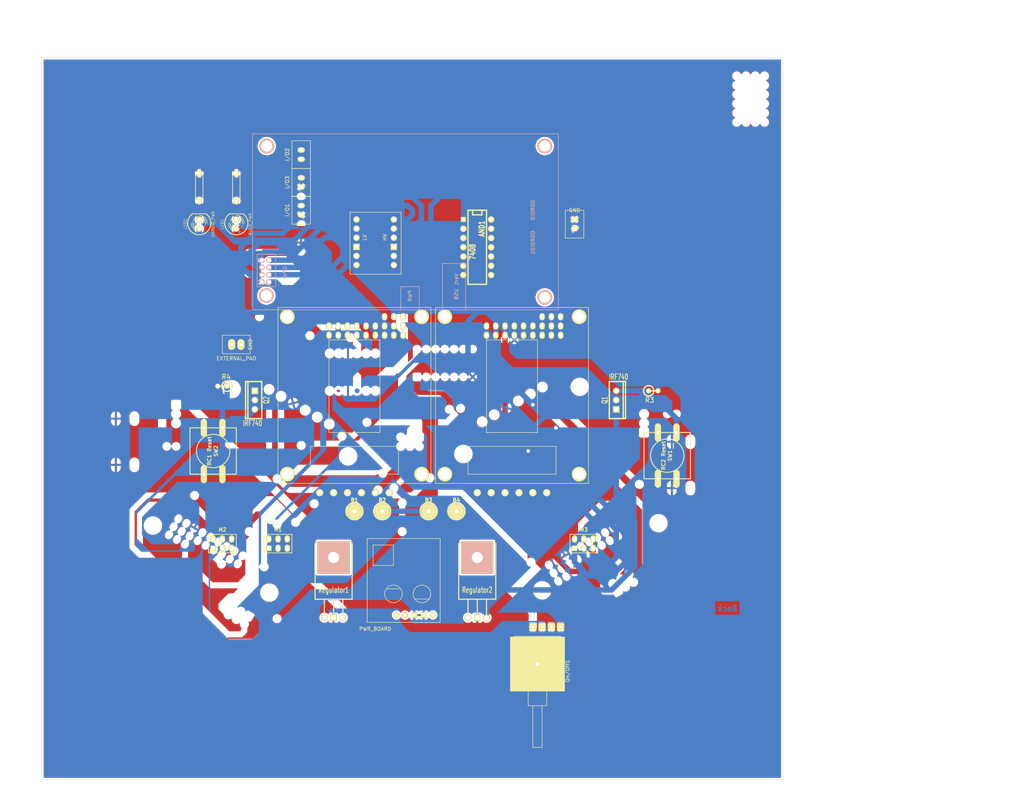
<source format=kicad_pcb>
(kicad_pcb (version 3) (host pcbnew "(2013-07-07 BZR 4022)-stable")
  (title_block (title "Robot Soccer Power & Control Board") (rev 3.0.3) (company "Norse Engineering") (comment 1 "Robot Soccer 2015") (comment 2 "produced for team Real Tucanos"))
  (layers (15 F.Cu signal) (0 B.Cu signal) (18 B.Paste user hide) (19 F.Paste user hide) (20 B.SilkS user hide) (21 F.SilkS user) (22 B.Mask user hide) (23 F.Mask user hide) (28 Edge.Cuts user hide))
  (net 0 "")
  (net 1 "12V(1)")
  (net 2 "12V(2)")
  (net 3 5V)
  (net 4 GND)
  (net 5 N-000001)
  (net 6 N-0000010)
  (net 7 N-0000012)
  (net 8 N-0000013)
  (net 9 N-0000014)
  (net 10 N-0000015)
  (net 11 N-0000016)
  (net 12 N-0000017)
  (net 13 N-0000018)
  (net 14 N-0000019)
  (net 15 N-000002)
  (net 16 N-0000020)
  (net 17 N-0000021)
  (net 18 N-0000025)
  (net 19 N-0000026)
  (net 20 N-0000028)
  (net 21 N-0000029)
  (net 22 N-000003)
  (net 23 N-0000030)
  (net 24 N-0000031)
  (net 25 N-0000033)
  (net 26 N-0000034)
  (net 27 N-0000035)
  (net 28 N-0000036)
  (net 29 N-0000037)
  (net 30 N-0000038)
  (net 31 N-0000039)
  (net 32 N-000004)
  (net 33 N-0000040)
  (net 34 N-0000041)
  (net 35 N-0000042)
  (net 36 N-0000043)
  (net 37 N-000005)
  (net 38 N-0000058)
  (net 39 N-000006)
  (net 40 N-0000060)
  (net 41 N-0000064)
  (net 42 N-000007)
  (net 43 N-000008)
  (net 44 N-000009)
  (net 45 "RCin(1)")
  (net 46 "RCin(2)")
  (module ODROID_v3 (layer B.Cu) (at 104.14 59.69 90)
    (fp_text reference ODROID1 (at -6.35 40.64 90) (layer B.SilkS) (effects (justify mirror)))
    (fp_text value ODROID (at 2.54 40.64 90) (layer B.SilkS) (effects (justify mirror)))
    (fp_text user PWR (at -20.955 6.985 270) (layer B.SilkS) (effects (justify mirror)))
    (fp_text user "Vert. USB" (at -18.415 19.685 270) (layer B.SilkS) (effects (justify mirror)))
    (fp_text user GPIO (at -14.605 -27.305 270) (layer B.SilkS) (effects (justify mirror)))
    (pad 7 thru_hole oval (at -17.145 -33.655 90) (size 1.5 1.5) (drill 0.95) (layers *.Cu *.Mask B.SilkS) (net 4 GND) (clearance 0.01))
    (pad 5 thru_hole oval (at -15.145 -33.655 90) (size 1.5 1.5) (drill 0.95) (layers *.Cu *.Mask B.SilkS) (net 34 N-0000041) (clearance 0.01))
    (pad 3 thru_hole oval (at -13.145 -33.655 90) (size 1.5 1.5) (drill 0.95) (layers *.Cu *.Mask B.SilkS) (net 27 N-0000035) (clearance 0.01))
    (pad 1 thru_hole oval (at -11.145 -33.655 90) (size 1.5 1.5) (drill 0.95) (layers *.Cu *.Mask B.SilkS) (net 26 N-0000034) (clearance 0.01))
    (pad 8 thru_hole oval (at -17.145 -31.655 90) (size 1.5 1.5) (drill 0.95) (layers *.Cu *.Mask B.SilkS) (net 28 N-0000036) (clearance 0.01))
    (pad 6 thru_hole oval (at -15.145 -31.655 90) (size 1.5 1.5) (drill 0.95) (layers *.Cu *.Mask B.SilkS) (net 23 N-0000030) (clearance 0.01))
    (pad 4 thru_hole oval (at -13.145 -31.655 90) (size 1.5 1.5) (drill 0.95) (layers *.Cu *.Mask B.SilkS) (net 24 N-0000031) (clearance 0.01))
    (pad 2 thru_hole oval (at -11.145 -31.655 90) (size 1.5 1.5) (drill 0.95) (layers *.Cu *.Mask B.SilkS) (net 25 N-0000033) (clearance 0.01))
    (pad "" thru_hole circle (at -20.865 -32.395 90) (size 4.064 4.064) (drill 3.048) (layers *.Cu *.Mask B.SilkS))
    (pad "" thru_hole circle (at 20.135 -32.295 90) (size 4.064 4.064) (drill 3.048) (layers *.Cu *.Mask B.SilkS) (clearance 1))
    (pad "" thru_hole circle (at 20.135 43.905 90) (size 4.064 4.064) (drill 3.048) (layers *.Cu *.Mask B.SilkS) (clearance 1))
    (pad "" thru_hole circle (at -21.365 43.905 90) (size 4.064 4.064) (drill 3.048) (layers *.Cu *.Mask B.SilkS) (clearance 1))
  )
  (module ROBOCLAW_V2 (layer F.Cu) (at 138.43 109.22 270)
    (fp_text reference RC2 hide)
    (fp_text value ROBOCLAW hide)
    (pad 1 thru_hole oval (at -22.86 -13.97) (size 1.5 2) (drill 0.95) (layers *.Cu *.Mask F.SilkS))
    (pad 22 thru_hole circle (at 25.4 -10.16 270) (size 2 2) (drill 1) (layers *.Cu *.Mask F.SilkS))
    (pad 23 thru_hole circle (at 25.4 -6.35 270) (size 2 2) (drill 1) (layers *.Cu *.Mask F.SilkS))
    (pad 24 thru_hole circle (at 25.4 -2.54 270) (size 2 2) (drill 1) (layers *.Cu *.Mask F.SilkS) (net 4 GND))
    (pad 25 thru_hole circle (at 25.4 1.27 270) (size 2 2) (drill 1) (layers *.Cu *.Mask F.SilkS) (net 46 "RCin(2)"))
    (pad 26 thru_hole circle (at 25.4 5.08 270) (size 2 2) (drill 1) (layers *.Cu *.Mask F.SilkS) (net 32 N-000004))
    (pad 27 thru_hole circle (at 25.4 8.89 270) (size 2 2) (drill 1) (layers *.Cu *.Mask F.SilkS) (net 37 N-000005))
    (pad 2 thru_hole oval (at -20.32 -13.97) (size 1.5 2) (drill 0.95) (layers *.Cu *.Mask F.SilkS))
    (pad 3 thru_hole oval (at -17.78 -13.97) (size 1.5 2) (drill 0.95) (layers *.Cu *.Mask F.SilkS))
    (pad 4 thru_hole oval (at -22.86 -11.43) (size 1.5 2) (drill 0.95) (layers *.Cu *.Mask F.SilkS) (net 40 N-0000060))
    (pad 5 thru_hole oval (at -20.32 -11.43) (size 1.5 2) (drill 0.95) (layers *.Cu *.Mask F.SilkS))
    (pad 6 thru_hole oval (at -17.78 -11.43) (size 1.5 2) (drill 0.95) (layers *.Cu *.Mask F.SilkS))
    (pad 7 thru_hole oval (at -22.86 -8.89) (size 1.5 2) (drill 0.95) (layers *.Cu *.Mask F.SilkS) (net 41 N-0000064))
    (pad 8 thru_hole oval (at -20.32 -8.89) (size 1.5 2) (drill 0.95) (layers *.Cu *.Mask F.SilkS))
    (pad 9 thru_hole oval (at -17.78 -8.89) (size 1.5 2) (drill 0.95) (layers *.Cu *.Mask F.SilkS) (net 4 GND))
    (pad 10 thru_hole oval (at -20.32 -6.35) (size 1.5 2) (drill 0.95) (layers *.Cu *.Mask F.SilkS))
    (pad 11 thru_hole oval (at -17.78 -6.35) (size 1.5 2) (drill 0.95) (layers *.Cu *.Mask F.SilkS))
    (pad 12 thru_hole oval (at -20.32 -3.81) (size 1.5 2) (drill 0.95) (layers *.Cu *.Mask F.SilkS) (net 11 N-0000016))
    (pad 13 thru_hole oval (at -17.78 -3.81) (size 1.5 2) (drill 0.95) (layers *.Cu *.Mask F.SilkS) (net 10 N-0000015))
    (pad 14 thru_hole oval (at -20.32 -1.27) (size 1.5 2) (drill 0.95) (layers *.Cu *.Mask F.SilkS))
    (pad 15 thru_hole oval (at -17.78 -1.27) (size 1.5 2) (drill 0.95) (layers *.Cu *.Mask F.SilkS))
    (pad 16 thru_hole oval (at -20.32 1.27) (size 1.5 2) (drill 0.95) (layers *.Cu *.Mask F.SilkS) (net 14 N-0000019))
    (pad 17 thru_hole oval (at -17.78 1.27) (size 1.5 2) (drill 0.95) (layers *.Cu *.Mask F.SilkS) (net 13 N-0000018))
    (pad 18 thru_hole oval (at -20.32 3.81) (size 1.5 2) (drill 0.95) (layers *.Cu *.Mask F.SilkS) (net 35 N-0000042))
    (pad 19 thru_hole oval (at -17.78 3.81) (size 1.5 2) (drill 0.95) (layers *.Cu *.Mask F.SilkS) (net 35 N-0000042))
    (pad 20 thru_hole oval (at -20.32 6.35) (size 1.5 2) (drill 0.95) (layers *.Cu *.Mask F.SilkS))
    (pad 21 thru_hole oval (at -17.78 6.35) (size 1.5 2) (drill 0.95) (layers *.Cu *.Mask F.SilkS))
    (pad "" thru_hole circle (at -22.86 -19.05 270) (size 4.064 4.064) (drill 3.048) (layers *.Cu *.Mask F.SilkS) (clearance 1))
    (pad "" thru_hole circle (at 20.32 -19.05 270) (size 4.064 4.064) (drill 3.048) (layers *.Cu *.Mask F.SilkS) (clearance 1))
    (pad "" thru_hole circle (at -22.86 17.78 270) (size 4.064 4.064) (drill 3.048) (layers *.Cu *.Mask F.SilkS) (clearance 1))
    (pad "" thru_hole circle (at 20.32 17.78 270) (size 4.064 4.064) (drill 3.048) (layers *.Cu *.Mask F.SilkS) (clearance 1))
  )
  (module ROBOCLAW_V2 (layer F.Cu) (at 95.25 109.22 270)
    (fp_text reference RC1 hide)
    (fp_text value ROBOCLAW hide)
    (pad 1 thru_hole oval (at -22.86 -13.97) (size 1.5 2) (drill 0.95) (layers *.Cu *.Mask F.SilkS))
    (pad 22 thru_hole circle (at 25.4 -10.16 270) (size 2 2) (drill 1) (layers *.Cu *.Mask F.SilkS) (net 22 N-000003))
    (pad 23 thru_hole circle (at 25.4 -6.35 270) (size 2 2) (drill 1) (layers *.Cu *.Mask F.SilkS) (net 15 N-000002))
    (pad 24 thru_hole circle (at 25.4 -2.54 270) (size 2 2) (drill 1) (layers *.Cu *.Mask F.SilkS) (net 4 GND))
    (pad 25 thru_hole circle (at 25.4 1.27 270) (size 2 2) (drill 1) (layers *.Cu *.Mask F.SilkS) (net 45 "RCin(1)"))
    (pad 26 thru_hole circle (at 25.4 5.08 270) (size 2 2) (drill 1) (layers *.Cu *.Mask F.SilkS) (net 7 N-0000012))
    (pad 27 thru_hole circle (at 25.4 8.89 270) (size 2 2) (drill 1) (layers *.Cu *.Mask F.SilkS) (net 5 N-000001))
    (pad 2 thru_hole oval (at -20.32 -13.97) (size 1.5 2) (drill 0.95) (layers *.Cu *.Mask F.SilkS))
    (pad 3 thru_hole oval (at -17.78 -13.97) (size 1.5 2) (drill 0.95) (layers *.Cu *.Mask F.SilkS))
    (pad 4 thru_hole oval (at -22.86 -11.43) (size 1.5 2) (drill 0.95) (layers *.Cu *.Mask F.SilkS) (net 40 N-0000060))
    (pad 5 thru_hole oval (at -20.32 -11.43) (size 1.5 2) (drill 0.95) (layers *.Cu *.Mask F.SilkS))
    (pad 6 thru_hole oval (at -17.78 -11.43) (size 1.5 2) (drill 0.95) (layers *.Cu *.Mask F.SilkS))
    (pad 7 thru_hole oval (at -22.86 -8.89) (size 1.5 2) (drill 0.95) (layers *.Cu *.Mask F.SilkS) (net 38 N-0000058))
    (pad 8 thru_hole oval (at -20.32 -8.89) (size 1.5 2) (drill 0.95) (layers *.Cu *.Mask F.SilkS))
    (pad 9 thru_hole oval (at -17.78 -8.89) (size 1.5 2) (drill 0.95) (layers *.Cu *.Mask F.SilkS) (net 4 GND))
    (pad 10 thru_hole oval (at -20.32 -6.35) (size 1.5 2) (drill 0.95) (layers *.Cu *.Mask F.SilkS) (net 9 N-0000014))
    (pad 11 thru_hole oval (at -17.78 -6.35) (size 1.5 2) (drill 0.95) (layers *.Cu *.Mask F.SilkS) (net 8 N-0000013))
    (pad 12 thru_hole oval (at -20.32 -3.81) (size 1.5 2) (drill 0.95) (layers *.Cu *.Mask F.SilkS) (net 17 N-0000021))
    (pad 13 thru_hole oval (at -17.78 -3.81) (size 1.5 2) (drill 0.95) (layers *.Cu *.Mask F.SilkS) (net 16 N-0000020))
    (pad 14 thru_hole oval (at -20.32 -1.27) (size 1.5 2) (drill 0.95) (layers *.Cu *.Mask F.SilkS) (net 44 N-000009))
    (pad 15 thru_hole oval (at -17.78 -1.27) (size 1.5 2) (drill 0.95) (layers *.Cu *.Mask F.SilkS) (net 12 N-0000017))
    (pad 16 thru_hole oval (at -20.32 1.27) (size 1.5 2) (drill 0.95) (layers *.Cu *.Mask F.SilkS) (net 39 N-000006))
    (pad 17 thru_hole oval (at -17.78 1.27) (size 1.5 2) (drill 0.95) (layers *.Cu *.Mask F.SilkS) (net 42 N-000007))
    (pad 18 thru_hole oval (at -20.32 3.81) (size 1.5 2) (drill 0.95) (layers *.Cu *.Mask F.SilkS) (net 36 N-0000043))
    (pad 19 thru_hole oval (at -17.78 3.81) (size 1.5 2) (drill 0.95) (layers *.Cu *.Mask F.SilkS) (net 36 N-0000043))
    (pad 20 thru_hole oval (at -20.32 6.35) (size 1.5 2) (drill 0.95) (layers *.Cu *.Mask F.SilkS))
    (pad 21 thru_hole oval (at -17.78 6.35) (size 1.5 2) (drill 0.95) (layers *.Cu *.Mask F.SilkS))
    (pad "" thru_hole circle (at -22.86 -19.05 270) (size 4.064 4.064) (drill 3.048) (layers *.Cu *.Mask F.SilkS) (clearance 1))
    (pad "" thru_hole circle (at 20.32 -19.05 270) (size 4.064 4.064) (drill 3.048) (layers *.Cu *.Mask F.SilkS) (clearance 1))
    (pad "" thru_hole circle (at -22.86 17.78 270) (size 4.064 4.064) (drill 3.048) (layers *.Cu *.Mask F.SilkS) (clearance 1))
    (pad "" thru_hole circle (at 20.32 17.78 270) (size 4.064 4.064) (drill 3.048) (layers *.Cu *.Mask F.SilkS) (clearance 1))
  )
  (module IO_Foot_Dual (layer F.Cu) (at 62.23 93.98)
    (fp_text reference 5v2 hide)
    (fp_text value EXTERNAL_PAD (at 1.27 3.81) (layer F.SilkS))
    (fp_text user GND (at 5.08 0 90) (layer F.SilkS))
    (pad 1 thru_hole oval (at 0 0) (size 2 3) (drill 0.8128) (layers *.Cu *.Mask F.SilkS) (net 3 5V))
    (pad 2 thru_hole oval (at 2.54 0) (size 2 3) (drill 0.8128) (layers *.Cu *.Mask F.SilkS) (net 4 GND))
  )
  (module R3 (layer F.Cu) (at 53.34 50.8 90)
    (fp_text reference R2 hide)
    (fp_text value 150Ohm hide)
    (pad 1 thru_hole oval (at -3.81 0 90) (size 2 1.5) (drill 0.8128) (layers *.Cu *.Mask F.SilkS) (net 29 N-0000037))
    (pad 2 thru_hole oval (at 3.81 0 90) (size 2 1.5) (drill 0.8128) (layers *.Cu *.Mask F.SilkS) (net 4 GND))
  )
  (module R3 (layer F.Cu) (at 63.5 50.8 90)
    (fp_text reference R1 hide)
    (fp_text value 150Ohm hide)
    (pad 1 thru_hole oval (at -3.81 0 90) (size 2 1.5) (drill 0.8128) (layers *.Cu *.Mask F.SilkS) (net 43 N-000008))
    (pad 2 thru_hole oval (at 3.81 0 90) (size 2 1.5) (drill 0.8128) (layers *.Cu *.Mask F.SilkS) (net 4 GND))
  )
  (module PowerBoard (layer F.Cu) (at 119.38 170.18 180)
    (fp_text reference PB1 hide)
    (fp_text value PWR_BOARD (at 17.8 -1.8 180) (layer F.SilkS))
    (pad 1 thru_hole circle (at 2 2 180) (size 1.55 1.55) (drill 0.6) (layers *.Cu *.Mask F.SilkS) (net 3 5V))
    (pad 2 thru_hole rect (at 4.54 2 180) (size 1.55 1.55) (drill 0.6) (layers *.Cu *.Mask F.SilkS) (net 4 GND))
    (pad 3 thru_hole rect (at 7.08 2 180) (size 1.55 1.55) (drill 0.6) (layers *.Cu *.Mask F.SilkS) (net 4 GND))
    (pad 4 thru_hole circle (at 9.62 2 180) (size 1.55 1.55) (drill 0.6) (layers *.Cu *.Mask F.SilkS) (net 31 N-0000039))
    (pad 5 thru_hole circle (at 12 2 180) (size 1.55 1.55) (drill 0.6) (layers *.Cu *.Mask F.SilkS))
  )
  (module Logic_lvl_SparkFun (layer F.Cu) (at 106.68 59.69 270)
    (fp_text reference LLC1 hide)
    (fp_text value LOGIC_LEVEL_CONVERTER hide)
    (fp_text user LV (at 4.95 7.99 270) (layer F.SilkS))
    (fp_text user HV (at 4.89 2.45 270) (layer F.SilkS))
    (pad 1 thru_hole circle (at 0 0 270) (size 1.75 1.75) (drill 1) (layers *.Cu *.Mask F.SilkS) (net 30 N-0000038))
    (pad 2 thru_hole circle (at 2.5 0 270) (size 1.75 1.75) (drill 1) (layers *.Cu *.Mask F.SilkS) (net 33 N-0000040))
    (pad 3 thru_hole circle (at 5 0 270) (size 1.75 1.75) (drill 1) (layers *.Cu *.Mask F.SilkS) (net 3 5V))
    (pad 4 thru_hole rect (at 7.5 0 270) (size 1.75 1.75) (drill 1) (layers *.Cu *.Mask F.SilkS) (net 4 GND))
    (pad 5 thru_hole circle (at 10 0 270) (size 1.75 1.75) (drill 1) (layers *.Cu *.Mask F.SilkS) (net 6 N-0000010))
    (pad 6 thru_hole circle (at 12.5 0 270) (size 1.75 1.75) (drill 1) (layers *.Cu *.Mask F.SilkS) (net 40 N-0000060))
    (pad 7 thru_hole circle (at 0 10.24 270) (size 1.75 1.75) (drill 1) (layers *.Cu *.Mask F.SilkS) (net 27 N-0000035))
    (pad 8 thru_hole circle (at 2.5 10.24 270) (size 1.75 1.75) (drill 1) (layers *.Cu *.Mask F.SilkS) (net 26 N-0000034))
    (pad 9 thru_hole circle (at 5 10.24 270) (size 1.75 1.75) (drill 1) (layers *.Cu *.Mask F.SilkS) (net 25 N-0000033))
    (pad 10 thru_hole rect (at 7.5 10.24 270) (size 1.75 1.75) (drill 1) (layers *.Cu *.Mask F.SilkS) (net 4 GND))
    (pad 11 thru_hole circle (at 10 10.24 270) (size 1.75 1.75) (drill 1) (layers *.Cu *.Mask F.SilkS) (net 24 N-0000031))
    (pad 12 thru_hole circle (at 12.5 10.24 270) (size 1.75 1.75) (drill 1) (layers *.Cu *.Mask F.SilkS) (net 23 N-0000030))
  )
  (module LED5MM (layer F.Cu) (at 63.5 60.96 90)
    (fp_text reference LED1 (at 0 -3.81 90) (layer F.SilkS) (effects (font (size 0.762 0.762) (thickness 0.0889))))
    (fp_text value BUCK_PWR (at 0 3.81 90) (layer F.SilkS) (effects (font (size 0.762 0.762) (thickness 0.0889))))
    (pad 1 thru_hole circle (at -1.27 0 90) (size 1.6764 1.6764) (drill 0.8128) (layers *.Cu *.Mask F.SilkS) (net 3 5V))
    (pad 2 thru_hole circle (at 1.27 0 90) (size 1.6764 1.6764) (drill 0.8128) (layers *.Cu *.Mask F.SilkS) (net 43 N-000008))
  )
  (module LED5MM (layer F.Cu) (at 53.34 60.96 90)
    (fp_text reference LED2 (at 0 -3.81 90) (layer F.SilkS) (effects (font (size 0.762 0.762) (thickness 0.0889))))
    (fp_text value ODROID_PWR (at 0 3.81 90) (layer F.SilkS) (effects (font (size 0.762 0.762) (thickness 0.0889))))
    (pad 1 thru_hole circle (at -1.27 0 90) (size 1.6764 1.6764) (drill 0.8128) (layers *.Cu *.Mask F.SilkS) (net 28 N-0000036))
    (pad 2 thru_hole circle (at 1.27 0 90) (size 1.6764 1.6764) (drill 0.8128) (layers *.Cu *.Mask F.SilkS) (net 29 N-0000037))
  )
  (module IO_Foot_Dual (layer F.Cu) (at 81.28 58.42 90)
    (fp_text reference I/O1 (at 1.27 -3.81 90) (layer F.SilkS))
    (fp_text value PAD hide)
    (pad 1 thru_hole oval (at 0 0 90) (size 1.5 2) (drill 0.95) (layers *.Cu *.Mask F.SilkS) (net 34 N-0000041))
    (pad 2 thru_hole oval (at 2.54 0 90) (size 1.5 2) (drill 0.95) (layers *.Cu *.Mask F.SilkS) (net 4 GND))
  )
  (module IO_Foot_Dual (layer F.Cu) (at 81.28 43.18 90)
    (fp_text reference I/O2 (at 1.27 -3.81 90) (layer F.SilkS))
    (fp_text value EXTERNAL_PAD hide)
    (pad 1 thru_hole oval (at 0 0 90) (size 1.5 2) (drill 0.95) (layers *.Cu *.Mask F.SilkS) (net 33 N-0000040))
    (pad 2 thru_hole oval (at 2.54 0 90) (size 1.5 2) (drill 0.95) (layers *.Cu *.Mask F.SilkS) (net 4 GND))
  )
  (module IO_Foot_Dual (layer F.Cu) (at 81.28 50.8 90)
    (fp_text reference I/O3 (at 1.27 -3.81 90) (layer F.SilkS))
    (fp_text value EXTERNAL_PAD hide)
    (pad 1 thru_hole oval (at 0 0 90) (size 1.5 2) (drill 0.95) (layers *.Cu *.Mask F.SilkS) (net 30 N-0000038))
    (pad 2 thru_hole oval (at 2.54 0 90) (size 1.5 2) (drill 0.95) (layers *.Cu *.Mask F.SilkS) (net 4 GND))
  )
  (module DIP-14__300 (layer F.Cu) (at 129.54 67.31 270)
    (fp_text reference AND1 (at -5.08 -1.27 270) (layer F.SilkS) (effects (font (size 1.524 1.143) (thickness 0.3048))))
    (fp_text value 7408 (at 1.27 1.27 270) (layer F.SilkS) (effects (font (size 1.524 1.143) (thickness 0.3048))))
    (pad 1 thru_hole rect (at -7.62 3.81 270) (size 1.397 1.397) (drill 0.8128) (layers *.Cu *.Mask F.SilkS) (net 41 N-0000064))
    (pad 2 thru_hole circle (at -5.08 3.81 270) (size 1.75 1.75) (drill 0.8128) (layers *.Cu *.Mask F.SilkS) (net 38 N-0000058))
    (pad 3 thru_hole circle (at -2.54 3.81 270) (size 1.75 1.75) (drill 0.8128) (layers *.Cu *.Mask F.SilkS) (net 6 N-0000010))
    (pad 4 thru_hole circle (at 0 3.81 270) (size 1.75 1.75) (drill 0.8128) (layers *.Cu *.Mask F.SilkS))
    (pad 5 thru_hole circle (at 2.54 3.81 270) (size 1.75 1.75) (drill 0.8128) (layers *.Cu *.Mask F.SilkS))
    (pad 6 thru_hole circle (at 5.08 3.81 270) (size 1.75 1.75) (drill 0.8128) (layers *.Cu *.Mask F.SilkS))
    (pad 7 thru_hole circle (at 7.62 3.81 270) (size 1.75 1.75) (drill 0.8128) (layers *.Cu *.Mask F.SilkS) (net 4 GND))
    (pad 8 thru_hole circle (at 7.62 -3.81 270) (size 1.75 1.75) (drill 0.8128) (layers *.Cu *.Mask F.SilkS))
    (pad 9 thru_hole circle (at 5.08 -3.81 270) (size 1.75 1.75) (drill 0.8128) (layers *.Cu *.Mask F.SilkS))
    (pad 10 thru_hole circle (at 2.54 -3.81 270) (size 1.75 1.75) (drill 0.8128) (layers *.Cu *.Mask F.SilkS))
    (pad 11 thru_hole circle (at 0 -3.81 270) (size 1.75 1.75) (drill 0.8128) (layers *.Cu *.Mask F.SilkS))
    (pad 12 thru_hole circle (at -2.54 -3.81 270) (size 1.75 1.75) (drill 0.8128) (layers *.Cu *.Mask F.SilkS))
    (pad 13 thru_hole circle (at -5.08 -3.81 270) (size 1.75 1.75) (drill 0.8128) (layers *.Cu *.Mask F.SilkS))
    (pad 14 thru_hole circle (at -7.62 -3.81 270) (size 1.75 1.75) (drill 0.8128) (layers *.Cu *.Mask F.SilkS) (net 3 5V))
  )
  (module 1pin (layer F.Cu) (at 95.885 139.7)
    (fp_text reference B1 (at 0 -3.048) (layer F.SilkS) (effects (font (size 1.016 1.016) (thickness 0.254))))
    (fp_text value PWR hide)
    (pad 1 thru_hole circle (at 0 0) (size 4.064 4.064) (drill 1) (layers *.Cu *.Mask F.SilkS) (net 4 GND))
  )
  (module 1pin (layer F.Cu) (at 103.505 139.7)
    (fp_text reference B2 (at 0 -3.048) (layer F.SilkS) (effects (font (size 1.016 1.016) (thickness 0.254))))
    (fp_text value PWR hide)
    (pad 1 thru_hole circle (at 0 0) (size 4.064 4.064) (drill 1) (layers *.Cu *.Mask F.SilkS) (net 19 N-0000026))
  )
  (module 1pin (layer F.Cu) (at 116.205 139.7)
    (fp_text reference B3 (at 0 -3.048) (layer F.SilkS) (effects (font (size 1.016 1.016) (thickness 0.254))))
    (fp_text value PWR hide)
    (pad 1 thru_hole circle (at 0 0) (size 4.064 4.064) (drill 1) (layers *.Cu *.Mask F.SilkS) (net 19 N-0000026))
  )
  (module 1pin (layer F.Cu) (at 123.825 139.7)
    (fp_text reference B4 (at 0 -3.048) (layer F.SilkS) (effects (font (size 1.016 1.016) (thickness 0.254))))
    (fp_text value PWR hide)
    (pad 1 thru_hole circle (at 0 0) (size 4.064 4.064) (drill 1) (layers *.Cu *.Mask F.SilkS) (net 18 N-0000025))
  )
  (module Power_Switch_Custom (layer F.Cu) (at 145.415 182.245 270)
    (fp_text reference On/Off1 (at 1.27 -8.89 270) (layer F.SilkS))
    (fp_text value SPST hide)
    (pad 1 thru_hole rect (at -10.795 0.635) (size 2 2) (drill 0.6) (layers *.Cu *.Mask F.SilkS) (net 18 N-0000025))
    (pad 1 thru_hole rect (at -10.795 -1.905) (size 2 2) (drill 0.6) (layers *.Cu *.Mask F.SilkS) (net 18 N-0000025))
    (pad 2 thru_hole rect (at -10.795 -4.445) (size 2 2) (drill 0.6) (layers *.Cu *.Mask F.SilkS) (net 31 N-0000039))
    (pad 2 thru_hole rect (at -10.795 -6.985) (size 2 2) (drill 0.6) (layers *.Cu *.Mask F.SilkS) (net 31 N-0000039))
    (pad "" thru_hole rect (at -0.635 -0.635) (size 15 15) (drill 0.95) (layers *.Cu *.Mask F.SilkS) (clearance 2))
  )
  (module pin_array_3x2 (layer F.Cu) (at 74.93 148.59)
    (fp_text reference M1 (at 0 -3.81) (layer F.SilkS) (effects (font (size 1.016 1.016) (thickness 0.2032))))
    (fp_text value M1 hide)
    (pad 1 thru_hole rect (at -2.54 1.27) (size 1.524 1.524) (drill 1.016) (layers *.Cu *.Mask F.SilkS) (net 17 N-0000021))
    (pad 2 thru_hole oval (at -2.54 -1.27) (size 1.5 2) (drill 0.95) (layers *.Cu *.Mask F.SilkS) (net 16 N-0000020))
    (pad 3 thru_hole oval (at 0 1.27) (size 1.5 2) (drill 0.95) (layers *.Cu *.Mask F.SilkS) (net 42 N-000007))
    (pad 4 thru_hole oval (at 0 -1.27) (size 1.5 2) (drill 0.95) (layers *.Cu *.Mask F.SilkS) (net 39 N-000006))
    (pad 5 thru_hole oval (at 2.54 1.27) (size 1.5 2) (drill 0.95) (layers *.Cu *.Mask F.SilkS) (net 7 N-0000012))
    (pad 6 thru_hole oval (at 2.54 -1.27) (size 1.5 2) (drill 0.95) (layers *.Cu *.Mask F.SilkS) (net 5 N-000001))
  )
  (module pin_array_3x2 (layer F.Cu) (at 59.69 148.59)
    (fp_text reference M2 (at 0 -3.81) (layer F.SilkS) (effects (font (size 1.016 1.016) (thickness 0.2032))))
    (fp_text value M2 hide)
    (pad 1 thru_hole rect (at -2.54 1.27) (size 1.524 1.524) (drill 1.016) (layers *.Cu *.Mask F.SilkS) (net 9 N-0000014))
    (pad 2 thru_hole oval (at -2.54 -1.27) (size 1.5 2) (drill 0.95) (layers *.Cu *.Mask F.SilkS) (net 8 N-0000013))
    (pad 3 thru_hole oval (at 0 1.27) (size 1.5 2) (drill 0.95) (layers *.Cu *.Mask F.SilkS) (net 12 N-0000017))
    (pad 4 thru_hole oval (at 0 -1.27) (size 1.5 2) (drill 0.95) (layers *.Cu *.Mask F.SilkS) (net 44 N-000009))
    (pad 5 thru_hole oval (at 2.54 1.27) (size 1.5 2) (drill 0.95) (layers *.Cu *.Mask F.SilkS) (net 15 N-000002))
    (pad 6 thru_hole oval (at 2.54 -1.27) (size 1.5 2) (drill 0.95) (layers *.Cu *.Mask F.SilkS) (net 22 N-000003))
  )
  (module pin_array_3x2 (layer F.Cu) (at 158.75 148.59)
    (fp_text reference M3 (at 0 -3.81) (layer F.SilkS) (effects (font (size 1.016 1.016) (thickness 0.2032))))
    (fp_text value M3 hide)
    (pad 1 thru_hole rect (at -2.54 1.27) (size 1.524 1.524) (drill 1.016) (layers *.Cu *.Mask F.SilkS) (net 11 N-0000016))
    (pad 2 thru_hole oval (at -2.54 -1.27) (size 1.5 2) (drill 0.95) (layers *.Cu *.Mask F.SilkS) (net 10 N-0000015))
    (pad 3 thru_hole oval (at 0 1.27) (size 1.5 2) (drill 0.95) (layers *.Cu *.Mask F.SilkS) (net 13 N-0000018))
    (pad 4 thru_hole oval (at 0 -1.27) (size 1.5 2) (drill 0.95) (layers *.Cu *.Mask F.SilkS) (net 14 N-0000019))
    (pad 5 thru_hole oval (at 2.54 1.27) (size 1.5 2) (drill 0.95) (layers *.Cu *.Mask F.SilkS) (net 32 N-000004))
    (pad 6 thru_hole oval (at 2.54 -1.27) (size 1.5 2) (drill 0.95) (layers *.Cu *.Mask F.SilkS) (net 37 N-000005))
  )
  (module IO_Foot_Dual (layer F.Cu) (at 156.21 62.23 90)
    (fp_text reference 5v1 hide)
    (fp_text value EXTERNAL_PAD hide)
    (fp_text user GND (at 5.08 0 180) (layer F.SilkS))
    (pad 1 thru_hole oval (at 0 0 90) (size 1.5 2) (drill 0.95) (layers *.Cu *.Mask F.SilkS) (net 3 5V))
    (pad 2 thru_hole oval (at 2.54 0 90) (size 1.5 2) (drill 0.95) (layers *.Cu *.Mask F.SilkS) (net 4 GND))
  )
  (module Custom_LM7812 (layer F.Cu) (at 90.17 168.91 90)
    (fp_text reference Regulator1 (at 7.62 0 180) (layer F.SilkS) (effects (font (size 1.524 1.016) (thickness 0.2032))))
    (fp_text value V_REG_78XXTO-92 hide)
    (pad "" thru_hole rect (at 16.51 0 90) (size 8.89 8.89) (drill 3.048) (layers *.Cu *.SilkS *.Mask))
    (pad 2 thru_hole circle (at 0 -2.54 90) (size 1.778 1.778) (drill 1.143) (layers *.Cu *.Mask F.SilkS) (net 31 N-0000039))
    (pad 1 thru_hole rect (at 0 0 90) (size 1.778 1.778) (drill 1.143) (layers *.Cu *.Mask F.SilkS) (net 4 GND))
    (pad 3 thru_hole circle (at 0 2.54 90) (size 1.778 1.778) (drill 1.143) (layers *.Cu *.Mask F.SilkS) (net 1 "12V(1)"))
  )
  (module Custom_LM7812 (layer F.Cu) (at 129.54 168.91 90)
    (fp_text reference Regulator2 (at 7.62 0 180) (layer F.SilkS) (effects (font (size 1.524 1.016) (thickness 0.2032))))
    (fp_text value V_REG_78XXTO-92 hide)
    (pad "" thru_hole rect (at 16.51 0 90) (size 8.89 8.89) (drill 3.048) (layers *.Cu *.SilkS *.Mask))
    (pad 2 thru_hole circle (at 0 -2.54 90) (size 1.778 1.778) (drill 1.143) (layers *.Cu *.Mask F.SilkS) (net 31 N-0000039))
    (pad 1 thru_hole rect (at 0 0 90) (size 1.778 1.778) (drill 1.143) (layers *.Cu *.Mask F.SilkS) (net 4 GND))
    (pad 3 thru_hole circle (at 0 2.54 90) (size 1.778 1.778) (drill 1.143) (layers *.Cu *.Mask F.SilkS) (net 2 "12V(2)"))
  )
  (module TO220_VERT (layer F.Cu) (at 167.64 109.22)
    (fp_text reference Q1 (at -3.175 0 90) (layer F.SilkS) (effects (font (size 1.524 1.016) (thickness 0.2032))))
    (fp_text value IRF740 (at 0.635 -6.35) (layer F.SilkS) (effects (font (size 1.524 1.016) (thickness 0.2032))))
    (pad 2 thru_hole circle (at 0 -2.54) (size 1.778 1.778) (drill 1.016) (layers *.Cu *.Mask F.SilkS) (net 21 N-0000029))
    (pad 3 thru_hole circle (at 0 0) (size 1.778 1.778) (drill 1.016) (layers *.Cu *.Mask F.SilkS) (net 46 "RCin(2)"))
    (pad 1 thru_hole rect (at 0 2.54) (size 1.778 1.778) (drill 1.016) (layers *.Cu *.Mask F.SilkS) (net 2 "12V(2)"))
  )
  (module TO220_VERT (layer F.Cu) (at 68.58 109.22 180)
    (fp_text reference Q2 (at -3.175 0 270) (layer F.SilkS) (effects (font (size 1.524 1.016) (thickness 0.2032))))
    (fp_text value IRF740 (at 0.635 -6.35 180) (layer F.SilkS) (effects (font (size 1.524 1.016) (thickness 0.2032))))
    (pad 2 thru_hole circle (at 0 -2.54 180) (size 1.778 1.778) (drill 1.016) (layers *.Cu *.Mask F.SilkS) (net 20 N-0000028))
    (pad 3 thru_hole circle (at 0 0 180) (size 1.778 1.778) (drill 1.016) (layers *.Cu *.Mask F.SilkS) (net 45 "RCin(1)"))
    (pad 1 thru_hole rect (at 0 2.54 180) (size 1.778 1.778) (drill 1.016) (layers *.Cu *.Mask F.SilkS) (net 1 "12V(1)"))
  )
  (module R1 (layer F.Cu) (at 59.69 105.41 180)
    (fp_text reference R4 (at -1.016 2.54 180) (layer F.SilkS) (effects (font (size 1.397 1.27) (thickness 0.2032))))
    (fp_text value "470 Ohm" hide)
    (pad 1 thru_hole circle (at -1.27 0 180) (size 1.397 1.397) (drill 0.8128) (layers *.Cu *.Mask F.SilkS) (net 20 N-0000028))
    (pad 2 thru_hole circle (at 1.27 0 180) (size 1.397 1.397) (drill 0.8128) (layers *.Cu *.Mask F.SilkS) (net 3 5V))
  )
  (module R1 (layer F.Cu) (at 177.8 106.68)
    (fp_text reference R3 (at -1.016 2.54) (layer F.SilkS) (effects (font (size 1.397 1.27) (thickness 0.2032))))
    (fp_text value "470 Ohm" hide)
    (pad 1 thru_hole circle (at -1.27 0) (size 1.397 1.397) (drill 0.8128) (layers *.Cu *.Mask F.SilkS) (net 21 N-0000029))
    (pad 2 thru_hole circle (at 1.27 0) (size 1.397 1.397) (drill 0.8128) (layers *.Cu *.Mask F.SilkS) (net 3 5V))
  )
  (module SW_PUSH-12mm (layer F.Cu) (at 57.15 123.19 270)
    (fp_text reference SW2 (at 0 -0.762 270) (layer F.SilkS) (effects (font (size 1.016 1.016) (thickness 0.2032))))
    (fp_text value "RC1 Reset" (at 0 1.016 270) (layer F.SilkS) (effects (font (size 1.016 1.016) (thickness 0.2032))))
    (pad 1 thru_hole oval (at 6.35 -2.54 270) (size 5 1.7272) (drill 0.8128) (layers *.Cu *.Mask F.SilkS) (net 20 N-0000028))
    (pad 2 thru_hole oval (at 6.35 2.54 270) (size 5 1.7272) (drill 0.8128) (layers *.Cu *.Mask F.SilkS) (net 4 GND))
    (pad 1 thru_hole oval (at -6.35 -2.54 270) (size 5 1.7272) (drill 0.8128) (layers *.Cu *.Mask F.SilkS) (net 20 N-0000028))
    (pad 2 thru_hole oval (at -6.35 2.54 270) (size 5 1.7272) (drill 0.8128) (layers *.Cu *.Mask F.SilkS) (net 4 GND))
  )
  (module SW_PUSH-12mm (layer F.Cu) (at 181.61 124.46 270)
    (fp_text reference SW1 (at 0 -0.762 270) (layer F.SilkS) (effects (font (size 1.016 1.016) (thickness 0.2032))))
    (fp_text value "RC2 Reset" (at 0 1.016 270) (layer F.SilkS) (effects (font (size 1.016 1.016) (thickness 0.2032))))
    (pad 1 thru_hole oval (at 6.35 -2.54 270) (size 5 1.7272) (drill 0.8128) (layers *.Cu *.Mask F.SilkS) (net 21 N-0000029))
    (pad 2 thru_hole oval (at 6.35 2.54 270) (size 5 1.7272) (drill 0.8128) (layers *.Cu *.Mask F.SilkS) (net 4 GND))
    (pad 1 thru_hole oval (at -6.35 -2.54 270) (size 5 1.7272) (drill 0.8128) (layers *.Cu *.Mask F.SilkS) (net 21 N-0000029))
    (pad 2 thru_hole oval (at -6.35 2.54 270) (size 5 1.7272) (drill 0.8128) (layers *.Cu *.Mask F.SilkS) (net 4 GND))
  )
  (gr_line (start 10.16 213.36) (end 10.16 15.24) (angle 90) (layer Edge.Cuts) (width 0.1))
  (gr_line (start 213.36 213.36) (end 10.16 213.36) (angle 90) (layer Edge.Cuts) (width 0.1))
  (gr_line (start 213.36 15.24) (end 213.36 213.36) (angle 90) (layer Edge.Cuts) (width 0.1))
  (gr_line (start 10.16 15.24) (end 213.36 15.24) (angle 90) (layer Edge.Cuts) (width 0.1))
  (gr_text Front (at 26.67 168.275) (layer F.Cu) (effects (font (size 1.5 1.5) (thickness 0.3))))
  (gr_text Back (at 198.12 166.37) (layer B.Cu) (effects (font (size 1.5 1.5) (thickness 0.3)) (justify mirror)))
  (target plus (at 114.3 60.96) (size 0.005) (width 0.1) (layer Edge.Cuts))
  (target plus (at 213.36 55.88) (size 0.005) (width 0.1) (layer Edge.Cuts))
  (segment (start 96.647 106.68) (end 96.6 106.68) (width 1.27) (layer B.Cu) (net 0))
  (segment (start 96.6 106.68) (end 96.647 106.68) (width 1.27) (layer B.Cu) (net 0))
  (segment (start 91.44 106.68) (end 91.6 106.68) (width 0.635) (layer F.Cu) (net 0))
  (segment (start 91.6 106.68) (end 91.44 106.68) (width 0.635) (layer F.Cu) (net 0))
  (segment (start 132.08 168.91) (end 132.08 165.1) (width 1.5) (layer B.Cu) (net 2))
  (segment (start 167.64 137.16) (end 167.64 111.76) (width 1.5) (layer B.Cu) (net 2))
  (segment (start 172.72 142.24) (end 167.64 137.16) (width 1.5) (layer B.Cu) (net 2))
  (segment (start 172.72 154.94) (end 172.72 142.24) (width 1.5) (layer B.Cu) (net 2))
  (segment (start 166.37 161.29) (end 172.72 154.94) (width 1.5) (layer B.Cu) (net 2))
  (segment (start 135.89 161.29) (end 166.37 161.29) (width 1.5) (layer B.Cu) (net 2))
  (segment (start 132.08 165.1) (end 135.89 161.29) (width 1.5) (layer B.Cu) (net 2))
  (segment (start 106.68 64.69) (end 111.68 64.69) (width 1.5) (layer F.Cu) (net 3))
  (segment (start 88.9 62.23) (end 63.5 62.23) (width 1.5) (layer F.Cu) (net 3))
  (segment (start 97.79 53.34) (end 88.9 62.23) (width 1.5) (layer F.Cu) (net 3))
  (segment (start 113.03 53.34) (end 97.79 53.34) (width 1.5) (layer F.Cu) (net 3))
  (segment (start 115.41 55.72) (end 113.03 53.34) (width 1.5) (layer F.Cu) (net 3))
  (segment (start 115.41 60.96) (end 115.41 55.72) (width 1.5) (layer F.Cu) (net 3))
  (segment (start 111.68 64.69) (end 115.41 60.96) (width 1.5) (layer F.Cu) (net 3))
  (segment (start 62.23 93.98) (end 62.23 67.31) (width 1.5) (layer F.Cu) (net 3))
  (segment (start 62.23 67.31) (end 63.5 66.04) (width 1.5) (layer F.Cu) (net 3))
  (segment (start 63.5 66.04) (end 63.5 62.23) (width 1.5) (layer F.Cu) (net 3))
  (segment (start 133.35 59.69) (end 139.7 59.69) (width 1.5) (layer B.Cu) (net 3))
  (segment (start 139.7 59.69) (end 140.97 60.96) (width 1.5) (layer B.Cu) (net 3))
  (segment (start 142.24 62.23) (end 156.21 62.23) (width 1.5) (layer B.Cu) (net 3))
  (segment (start 140.97 60.96) (end 142.24 62.23) (width 1.5) (layer B.Cu) (net 3))
  (segment (start 106.68 64.69) (end 113.11 64.69) (width 1.5) (layer B.Cu) (net 3))
  (segment (start 140.97 58.42) (end 139.7 59.69) (width 1.5) (layer B.Cu) (net 3))
  (segment (start 140.97 55.88) (end 140.97 58.42) (width 1.5) (layer B.Cu) (net 3))
  (segment (start 138.43 53.34) (end 140.97 55.88) (width 1.5) (layer B.Cu) (net 3))
  (segment (start 119.38 53.34) (end 138.43 53.34) (width 1.5) (layer B.Cu) (net 3))
  (segment (start 116.84 55.88) (end 119.38 53.34) (width 1.5) (layer B.Cu) (net 3))
  (segment (start 116.84 60.96) (end 116.84 55.88) (width 1.5) (layer B.Cu) (net 3))
  (segment (start 113.11 64.69) (end 116.84 60.96) (width 1.5) (layer B.Cu) (net 3))
  (segment (start 58.42 105.41) (end 58.42 97.79) (width 1.5) (layer B.Cu) (net 3))
  (segment (start 58.42 97.79) (end 62.23 93.98) (width 1.5) (layer B.Cu) (net 3))
  (segment (start 179.07 106.68) (end 179.07 101.6) (width 1.5) (layer B.Cu) (net 3))
  (segment (start 171.45 77.47) (end 156.21 62.23) (width 1.5) (layer B.Cu) (net 3))
  (segment (start 171.45 93.98) (end 171.45 77.47) (width 1.5) (layer B.Cu) (net 3))
  (segment (start 179.07 101.6) (end 171.45 93.98) (width 1.5) (layer B.Cu) (net 3))
  (segment (start 106.68 69.69) (end 114.14 69.69) (width 1.5) (layer B.Cu) (net 6))
  (segment (start 119.06 64.77) (end 125.73 64.77) (width 1.5) (layer B.Cu) (net 6))
  (segment (start 114.14 69.69) (end 119.06 64.77) (width 1.5) (layer B.Cu) (net 6))
  (segment (start 156.21 149.86) (end 156.21 152.4) (width 1.5) (layer B.Cu) (net 11))
  (segment (start 142.24 86.36) (end 142.24 88.9) (width 1.5) (layer B.Cu) (net 11))
  (segment (start 140.97 85.09) (end 142.24 86.36) (width 1.5) (layer B.Cu) (net 11))
  (segment (start 129.54 85.09) (end 140.97 85.09) (width 1.5) (layer B.Cu) (net 11))
  (segment (start 127 87.63) (end 129.54 85.09) (width 1.5) (layer B.Cu) (net 11))
  (segment (start 127 96.52) (end 127 87.63) (width 1.5) (layer B.Cu) (net 11))
  (segment (start 129.54 99.06) (end 127 96.52) (width 1.5) (layer B.Cu) (net 11))
  (segment (start 133.35 99.06) (end 129.54 99.06) (width 1.5) (layer B.Cu) (net 11))
  (segment (start 144.78 110.49) (end 133.35 99.06) (width 1.5) (layer B.Cu) (net 11))
  (via (at 144.78 110.49) (size 1.75) (layers F.Cu B.Cu) (net 11))
  (segment (start 151.13 116.84) (end 144.78 110.49) (width 1.5) (layer F.Cu) (net 11))
  (via (at 151.13 116.84) (size 1.75) (layers F.Cu B.Cu) (net 11))
  (segment (start 162.56 128.27) (end 151.13 116.84) (width 1.5) (layer B.Cu) (net 11))
  (segment (start 162.56 135.89) (end 162.56 128.27) (width 1.5) (layer B.Cu) (net 11))
  (segment (start 170.18 143.51) (end 162.56 135.89) (width 1.5) (layer B.Cu) (net 11))
  (segment (start 170.18 153.67) (end 170.18 143.51) (width 1.5) (layer B.Cu) (net 11))
  (segment (start 166.37 157.48) (end 170.18 153.67) (width 1.5) (layer B.Cu) (net 11))
  (segment (start 165.1 157.48) (end 166.37 157.48) (width 1.5) (layer B.Cu) (net 11))
  (segment (start 160.02 157.48) (end 165.1 157.48) (width 1.5) (layer B.Cu) (net 11))
  (segment (start 156.21 153.67) (end 160.02 157.48) (width 1.5) (layer B.Cu) (net 11))
  (segment (start 156.21 152.4) (end 156.21 153.67) (width 1.5) (layer B.Cu) (net 11))
  (segment (start 158.75 149.86) (end 158.75 152.4) (width 1.5) (layer B.Cu) (net 13))
  (segment (start 137.16 116.84) (end 137.16 91.44) (width 1.5) (layer F.Cu) (net 13))
  (segment (start 143.51 123.19) (end 137.16 116.84) (width 1.5) (layer F.Cu) (net 13))
  (via (at 143.51 123.19) (size 1.75) (layers F.Cu B.Cu) (net 13))
  (segment (start 153.67 133.35) (end 143.51 123.19) (width 1.5) (layer B.Cu) (net 13))
  (segment (start 156.21 133.35) (end 153.67 133.35) (width 1.5) (layer B.Cu) (net 13))
  (segment (start 167.64 144.78) (end 156.21 133.35) (width 1.5) (layer B.Cu) (net 13))
  (segment (start 167.64 152.4) (end 167.64 144.78) (width 1.5) (layer B.Cu) (net 13))
  (segment (start 165.1 154.94) (end 167.64 152.4) (width 1.5) (layer B.Cu) (net 13))
  (segment (start 161.29 154.94) (end 165.1 154.94) (width 1.5) (layer B.Cu) (net 13))
  (segment (start 158.75 152.4) (end 161.29 154.94) (width 1.5) (layer B.Cu) (net 13))
  (segment (start 103.505 139.7) (end 116.205 139.7) (width 1.5) (layer B.Cu) (net 19))
  (segment (start 59.69 116.84) (end 62.23 114.3) (width 1.5) (layer B.Cu) (net 20))
  (segment (start 66.04 114.3) (end 68.58 111.76) (width 1.5) (layer B.Cu) (net 20))
  (segment (start 62.23 114.3) (end 66.04 114.3) (width 1.5) (layer B.Cu) (net 20))
  (segment (start 59.69 116.84) (end 59.69 110.49) (width 1.5) (layer B.Cu) (net 20))
  (segment (start 60.96 109.22) (end 60.96 105.41) (width 1.5) (layer B.Cu) (net 20))
  (segment (start 59.69 110.49) (end 60.96 109.22) (width 1.5) (layer B.Cu) (net 20))
  (segment (start 59.69 116.84) (end 59.69 129.54) (width 1.5) (layer B.Cu) (net 20))
  (segment (start 173.99 106.68) (end 176.53 109.22) (width 1.5) (layer B.Cu) (net 21))
  (segment (start 176.53 106.68) (end 173.99 106.68) (width 1.5) (layer B.Cu) (net 21))
  (segment (start 173.99 106.68) (end 167.64 106.68) (width 1.5) (layer B.Cu) (net 21))
  (segment (start 176.53 106.68) (end 176.53 109.22) (width 1.5) (layer B.Cu) (net 21))
  (segment (start 176.53 109.22) (end 176.53 110.49) (width 1.5) (layer B.Cu) (net 21))
  (segment (start 176.53 110.49) (end 177.8 111.76) (width 1.5) (layer B.Cu) (net 21))
  (segment (start 177.8 111.76) (end 181.61 111.76) (width 1.5) (layer B.Cu) (net 21))
  (segment (start 181.61 111.76) (end 184.15 114.3) (width 1.5) (layer B.Cu) (net 21))
  (segment (start 184.15 114.3) (end 184.15 118.11) (width 1.5) (layer B.Cu) (net 21))
  (segment (start 184.15 118.11) (end 184.15 130.81) (width 1.5) (layer B.Cu) (net 21))
  (segment (start 72.485 74.835) (end 91.345 74.835) (width 1.5) (layer B.Cu) (net 23))
  (segment (start 96.24 72.39) (end 96.44 72.19) (width 1.5) (layer B.Cu) (net 23))
  (segment (start 93.79 72.39) (end 96.24 72.39) (width 1.5) (layer B.Cu) (net 23))
  (segment (start 91.345 74.835) (end 93.79 72.39) (width 1.5) (layer B.Cu) (net 23))
  (segment (start 72.485 72.835) (end 89.725 72.835) (width 1.5) (layer B.Cu) (net 24))
  (segment (start 92.87 69.69) (end 96.44 69.69) (width 1.5) (layer B.Cu) (net 24))
  (segment (start 89.725 72.835) (end 92.87 69.69) (width 1.5) (layer B.Cu) (net 24))
  (segment (start 72.485 70.835) (end 81.565 70.835) (width 1.5) (layer B.Cu) (net 25))
  (segment (start 87.71 64.69) (end 96.44 64.69) (width 1.5) (layer B.Cu) (net 25))
  (segment (start 81.565 70.835) (end 87.71 64.69) (width 1.5) (layer B.Cu) (net 25))
  (segment (start 70.485 70.835) (end 70.485 69.215) (width 1.5) (layer B.Cu) (net 26))
  (segment (start 86.4 62.19) (end 96.44 62.19) (width 1.5) (layer B.Cu) (net 26))
  (segment (start 80.01 68.58) (end 86.4 62.19) (width 1.5) (layer B.Cu) (net 26))
  (segment (start 71.12 68.58) (end 80.01 68.58) (width 1.5) (layer B.Cu) (net 26))
  (segment (start 70.485 69.215) (end 71.12 68.58) (width 1.5) (layer B.Cu) (net 26))
  (segment (start 96.44 59.69) (end 85.09 59.69) (width 1.5) (layer B.Cu) (net 27))
  (segment (start 69.025 72.835) (end 70.485 72.835) (width 1.5) (layer B.Cu) (net 27))
  (segment (start 67.31 71.12) (end 69.025 72.835) (width 1.5) (layer B.Cu) (net 27))
  (segment (start 67.31 68.58) (end 67.31 71.12) (width 1.5) (layer B.Cu) (net 27))
  (segment (start 69.85 66.04) (end 67.31 68.58) (width 1.5) (layer B.Cu) (net 27))
  (segment (start 78.74 66.04) (end 69.85 66.04) (width 1.5) (layer B.Cu) (net 27))
  (segment (start 85.09 59.69) (end 78.74 66.04) (width 1.5) (layer B.Cu) (net 27))
  (segment (start 72.485 76.835) (end 74.295 76.835) (width 1.5) (layer B.Cu) (net 28))
  (segment (start 53.34 72.39) (end 53.34 62.23) (width 1.5) (layer B.Cu) (net 28))
  (segment (start 66.04 85.09) (end 53.34 72.39) (width 1.5) (layer B.Cu) (net 28))
  (segment (start 72.39 85.09) (end 66.04 85.09) (width 1.5) (layer B.Cu) (net 28))
  (segment (start 76.2 81.28) (end 72.39 85.09) (width 1.5) (layer B.Cu) (net 28))
  (segment (start 76.2 78.74) (end 76.2 81.28) (width 1.5) (layer B.Cu) (net 28))
  (segment (start 74.295 76.835) (end 76.2 78.74) (width 1.5) (layer B.Cu) (net 28))
  (segment (start 53.34 59.69) (end 53.34 54.61) (width 1.5) (layer B.Cu) (net 29))
  (segment (start 81.28 50.8) (end 86.36 55.88) (width 1.5) (layer B.Cu) (net 30))
  (segment (start 110.49 59.69) (end 106.68 59.69) (width 1.5) (layer B.Cu) (net 30))
  (segment (start 111.76 58.42) (end 110.49 59.69) (width 1.5) (layer B.Cu) (net 30))
  (segment (start 111.76 57.15) (end 111.76 58.42) (width 1.5) (layer B.Cu) (net 30))
  (segment (start 110.49 55.88) (end 111.76 57.15) (width 1.5) (layer B.Cu) (net 30))
  (segment (start 86.36 55.88) (end 110.49 55.88) (width 1.5) (layer B.Cu) (net 30))
  (segment (start 161.29 149.86) (end 161.29 153.67) (width 1.5) (layer F.Cu) (net 32))
  (segment (start 154.94 156.21) (end 133.35 134.62) (width 1.5) (layer F.Cu) (net 32))
  (segment (start 158.75 156.21) (end 154.94 156.21) (width 1.5) (layer F.Cu) (net 32))
  (segment (start 161.29 153.67) (end 158.75 156.21) (width 1.5) (layer F.Cu) (net 32))
  (segment (start 81.28 43.18) (end 91.6 53.5) (width 1.5) (layer B.Cu) (net 33))
  (segment (start 106.68 62.19) (end 111.72 62.19) (width 1.5) (layer B.Cu) (net 33))
  (segment (start 111.76 53.5) (end 91.6 53.5) (width 1.5) (layer B.Cu) (net 33))
  (segment (start 114.22 55.96) (end 111.76 53.5) (width 1.5) (layer B.Cu) (net 33))
  (segment (start 114.22 59.69) (end 114.22 55.96) (width 1.5) (layer B.Cu) (net 33))
  (segment (start 111.72 62.19) (end 114.22 59.69) (width 1.5) (layer B.Cu) (net 33))
  (segment (start 70.485 74.835) (end 67.215 74.835) (width 1.5) (layer B.Cu) (net 34))
  (segment (start 76.2 63.5) (end 81.28 58.42) (width 1.5) (layer B.Cu) (net 34))
  (segment (start 68.58 63.5) (end 76.2 63.5) (width 1.5) (layer B.Cu) (net 34))
  (segment (start 64.77 67.31) (end 68.58 63.5) (width 1.5) (layer B.Cu) (net 34))
  (segment (start 64.77 72.39) (end 64.77 67.31) (width 1.5) (layer B.Cu) (net 34))
  (segment (start 67.215 74.835) (end 64.77 72.39) (width 1.5) (layer B.Cu) (net 34))
  (segment (start 134.62 88.9) (end 134.62 91.44) (width 1.5) (layer B.Cu) (net 35))
  (segment (start 91.44 88.9) (end 91.44 91.44) (width 1.5) (layer B.Cu) (net 36))
  (segment (start 161.29 147.32) (end 161.29 142.24) (width 1.5) (layer B.Cu) (net 37))
  (segment (start 133.35 138.43) (end 129.54 134.62) (width 1.5) (layer B.Cu) (net 37))
  (segment (start 157.48 138.43) (end 133.35 138.43) (width 1.5) (layer B.Cu) (net 37))
  (segment (start 161.29 142.24) (end 157.48 138.43) (width 1.5) (layer B.Cu) (net 37))
  (segment (start 125.73 62.23) (end 120.65 62.23) (width 1.5) (layer F.Cu) (net 38))
  (segment (start 104.14 82.55) (end 104.14 86.36) (width 1.5) (layer F.Cu) (net 38))
  (segment (start 110.49 76.2) (end 104.14 82.55) (width 1.5) (layer F.Cu) (net 38))
  (segment (start 110.49 72.39) (end 110.49 76.2) (width 1.5) (layer F.Cu) (net 38))
  (segment (start 120.65 62.23) (end 110.49 72.39) (width 1.5) (layer F.Cu) (net 38))
  (segment (start 106.68 86.36) (end 106.68 83.82) (width 1.5) (layer B.Cu) (net 40))
  (segment (start 149.86 85.09) (end 149.86 86.36) (width 1.5) (layer B.Cu) (net 40))
  (segment (start 153.67 81.28) (end 149.86 85.09) (width 1.5) (layer B.Cu) (net 40))
  (segment (start 153.67 78.74) (end 153.67 81.28) (width 1.5) (layer B.Cu) (net 40))
  (segment (start 151.13 76.2) (end 153.67 78.74) (width 1.5) (layer B.Cu) (net 40))
  (segment (start 144.78 76.2) (end 151.13 76.2) (width 1.5) (layer B.Cu) (net 40))
  (segment (start 140.97 80.01) (end 144.78 76.2) (width 1.5) (layer B.Cu) (net 40))
  (segment (start 110.49 80.01) (end 140.97 80.01) (width 1.5) (layer B.Cu) (net 40))
  (segment (start 106.68 83.82) (end 110.49 80.01) (width 1.5) (layer B.Cu) (net 40))
  (segment (start 106.68 86.36) (end 106.68 72.19) (width 1.5) (layer B.Cu) (net 40))
  (segment (start 125.73 59.69) (end 121.92 59.69) (width 1.5) (layer F.Cu) (net 41))
  (segment (start 140.97 80.01) (end 147.32 86.36) (width 1.5) (layer F.Cu) (net 41))
  (segment (start 140.97 55.88) (end 140.97 80.01) (width 1.5) (layer F.Cu) (net 41))
  (segment (start 138.43 53.34) (end 140.97 55.88) (width 1.5) (layer F.Cu) (net 41))
  (segment (start 120.65 53.34) (end 138.43 53.34) (width 1.5) (layer F.Cu) (net 41))
  (segment (start 119.38 54.61) (end 120.65 53.34) (width 1.5) (layer F.Cu) (net 41))
  (segment (start 119.38 57.15) (end 119.38 54.61) (width 1.5) (layer F.Cu) (net 41))
  (segment (start 121.92 59.69) (end 119.38 57.15) (width 1.5) (layer F.Cu) (net 41))
  (segment (start 63.5 59.69) (end 63.5 54.61) (width 1.5) (layer B.Cu) (net 43))
  (segment (start 137.16 134.62) (end 137.16 124.46) (width 1.5) (layer B.Cu) (net 46))
  (segment (start 152.4 109.22) (end 167.64 109.22) (width 1.5) (layer B.Cu) (net 46))
  (segment (start 137.16 124.46) (end 152.4 109.22) (width 1.5) (layer B.Cu) (net 46))
  (zone (net 4) (net_name GND) (layer B.Cu) (connect_pads (clearance 0.508)) (min_thickness 0.254) (fill (arc_segments 32) (thermal_gap 0.508) (thermal_bridge_width 0.508))
    (polygon (pts (xy 0.254 -0.254) (xy 278.384 -0.508) (xy 279.4 216.916) (xy -1.27 216.916) (xy 0.508 -0.254)))
  )
  (zone (net 4) (net_name GND) (layer F.Cu) (connect_pads (clearance 0.508)) (min_thickness 0.254) (fill (arc_segments 32) (thermal_gap 0.508) (thermal_bridge_width 0.508))
    (polygon (pts (xy 279.4 216.916) (xy -1.27 216.916) (xy 0.508 -0.254) (xy 278.384 -0.508) (xy 279.4 216.916)))
  )
)
</source>
